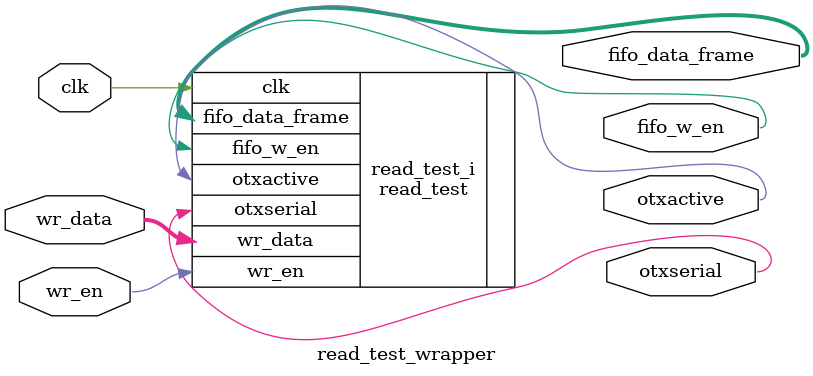
<source format=v>
`timescale 1 ps / 1 ps

module read_test_wrapper
   (clk,
    fifo_data_frame,
    fifo_w_en,
    otxactive,
    otxserial,
    wr_data,
    wr_en);
  input clk;
  output [47:0]fifo_data_frame;
  output fifo_w_en;
  output otxactive;
  output otxserial;
  input [47:0]wr_data;
  input wr_en;

  wire clk;
  wire [47:0]fifo_data_frame;
  wire fifo_w_en;
  wire otxactive;
  wire otxserial;
  wire [47:0]wr_data;
  wire wr_en;

  read_test read_test_i
       (.clk(clk),
        .fifo_data_frame(fifo_data_frame),
        .fifo_w_en(fifo_w_en),
        .otxactive(otxactive),
        .otxserial(otxserial),
        .wr_data(wr_data),
        .wr_en(wr_en));
endmodule

</source>
